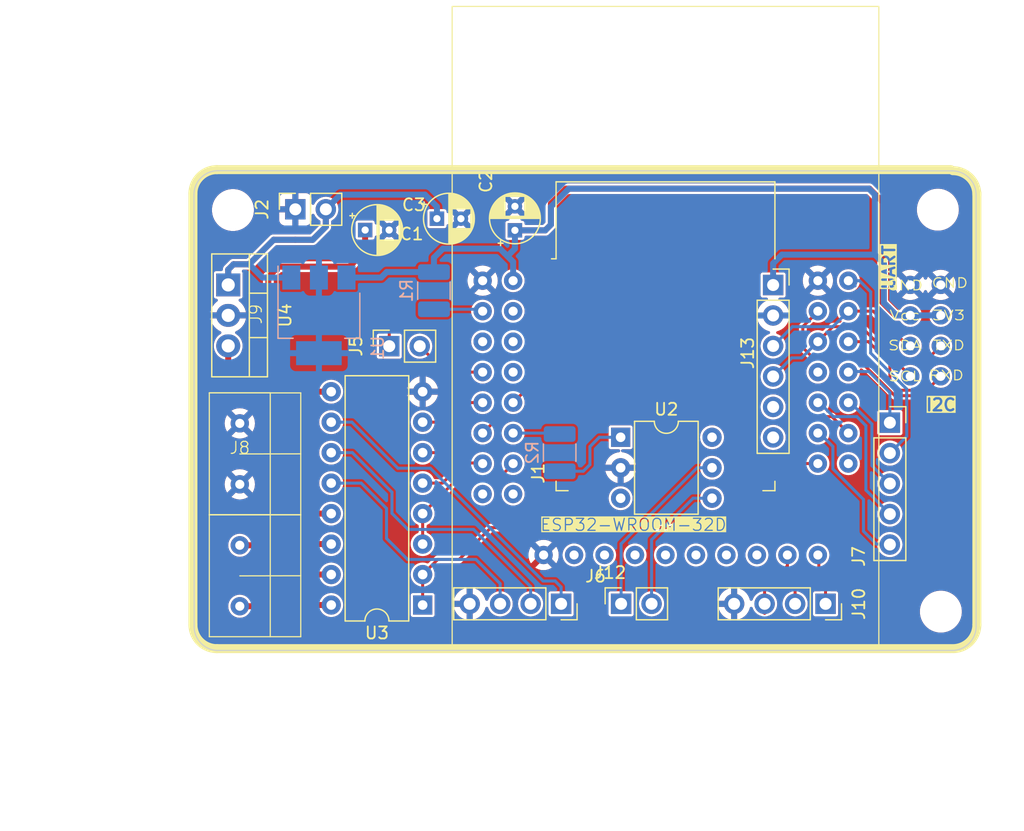
<source format=kicad_pcb>
(kicad_pcb (version 20240108) (generator "pcbnew") (generator_version "8.0")
  (layers (0 "F.Cu" signal) (31 "B.Cu" signal) (34 "B.Paste" user) (35 "F.Paste" user) (36 "B.SilkS" user "B.Silkscreen") (37 "F.SilkS" user "F.Silkscreen") (38 "B.Mask" user) (39 "F.Mask" user) (44 "Edge.Cuts" user))
  (net 0 "")
  (net 1 "GND")
  (net 2 "+3V3")
  (net 3 "+5V")
  (net 4 "/RXD")
  (net 5 "/TXD")
  (net 6 "/SDA")
  (net 7 "/OUT2")
  (net 8 "/OUT3")
  (net 9 "/SCL")
  (net 10 "/OUT1")
  (net 11 "/EN")
  (net 12 "/SOURCE2")
  (net 13 "/SOURCE1")
  (net 14 "/SOURCE3")
  (net 15 "/VDC")
  (net 16 "/DAC1")
  (net 17 "/DAC2")
  (net 18 "/GPIO13")
  (net 19 "/GPIO19")
  (net 20 "/GPIO17")
  (net 21 "/GPIO5")
  (net 22 "/GPIO18")
  (net 23 "/GPIO36")
  (net 24 "/ADC2_CH3")
  (net 25 "/GPIO32")
  (net 26 "/GPIO34")
  (net 27 "/SD_DATA1")
  (net 28 "/SD_DATA2")
  (net 29 "/SD_CLK")
  (net 30 "/SD_CMD")
  (net 31 "/SD_DATA3")
  (net 32 "/ADC2_CH0")
  (net 33 "/GPIO23")
  (net 34 "/SD_DATA0")
  (net 35 "/GPIO27")
  (net 36 "/ADC2_CH2")
  (net 37 "/BOOT")
  (net 39 "/V1-")
  (net 40 "Net-(R2-Pad2)")
  (net 41 "/V1+")
  (net 43 "/GPIO39")
  (net 44 "/DTR")
  (net 45 "/RTS")
  (net 46 "/OUT4")
  (net 47 "/SOURCE4")
  (net 48 "/OUT5")
  (net 49 "/SOURCE5")
  (footprint "Capacitor_THT:CP_Radial_D4.0mm_P2.00mm" (layer "F.Cu") (at 106.75 44.9726 90)
    (property "Reference" "C2" (at 4.1 -2.42 -90) (layer "F.SilkS"))
    (property "Value" "1uF")
    (pad "1" thru_hole rect (at 0 0 90) (size 1.2 1.2) (drill 0.6) (layers "*.Cu" "*.Mask") (net 2 "+3V3"))
    (pad "2" thru_hole circle (at 2 0 90) (size 1.2 1.2) (drill 0.6) (layers "*.Cu" "*.Mask") (net 1 "GND"))
  )
  (footprint "Alexander Footprints Library:ESP32-WROOM-Adapter-Socket-2" (layer "F.Cu") (at 119.3 56.79)
    (property "Reference" "J1" (at -10.61 8.43 90) (layer "F.SilkS"))
    (property "Value" "~")
    (fp_text user "ESP32-WROOM-32D" (at -10.5 13.31 0) (layer "F.SilkS" knockout) (effects (font (thickness 0.1)) (justify left bottom)))
    (pad "" thru_hole circle (at -15.24 10.16) (size 1.524 1.524) (drill 0.762) (layers "*.Cu" "*.Mask"))
    (pad "" thru_hole circle (at -12.7 10.16) (size 1.524 1.524) (drill 0.762) (layers "*.Cu" "*.Mask"))
    (pad "1" thru_hole circle (at -15.24 -7.62) (size 1.524 1.524) (drill 0.762) (layers "*.Cu" "*.Mask") (net 1 "GND"))
    (pad "2" thru_hole circle (at -12.7 -7.62) (size 1.524 1.524) (drill 0.762) (layers "*.Cu" "*.Mask") (net 2 "+3V3"))
    (pad "3" thru_hole circle (at -15.24 -5.08) (size 1.524 1.524) (drill 0.762) (layers "*.Cu" "*.Mask") (net 11 "/EN"))
    (pad "4" thru_hole circle (at -12.7 -5.08) (size 1.524 1.524) (drill 0.762) (layers "*.Cu" "*.Mask") (net 23 "/GPIO36"))
    (pad "5" thru_hole circle (at -15.24 -2.54) (size 1.524 1.524) (drill 0.762) (layers "*.Cu" "*.Mask") (net 43 "/GPIO39"))
    (pad "6" thru_hole circle (at -12.7 -2.54) (size 1.524 1.524) (drill 0.762) (layers "*.Cu" "*.Mask") (net 26 "/GPIO34"))
    (pad "7" thru_hole circle (at -15.24 0) (size 1.524 1.524) (drill 0.762) (layers "*.Cu" "*.Mask") (net 48 "/OUT5"))
    (pad "8" thru_hole circle (at -12.7 0) (size 1.524 1.524) (drill 0.762) (layers "*.Cu" "*.Mask") (net 25 "/GPIO32"))
    (pad "9" thru_hole circle (at -15.24 2.54) (size 1.524 1.524) (drill 0.762) (layers "*.Cu" "*.Mask") (net 46 "/OUT4"))
    (pad "10" thru_hole circle (at -12.7 2.54) (size 1.524 1.524) (drill 0.762) (layers "*.Cu" "*.Mask") (net 16 "/DAC1"))
    (pad "11" thru_hole circle (at -15.24 5.08) (size 1.524 1.524) (drill 0.762) (layers "*.Cu" "*.Mask") (net 17 "/DAC2"))
    (pad "12" thru_hole circle (at -12.7 5.08) (size 1.524 1.524) (drill 0.762) (layers "*.Cu" "*.Mask") (net 35 "/GPIO27"))
    (pad "13" thru_hole circle (at -15.24 7.62) (size 1.524 1.524) (drill 0.762) (layers "*.Cu" "*.Mask") (net 8 "/OUT3"))
    (pad "14" thru_hole circle (at -12.7 7.62) (size 1.524 1.524) (drill 0.762) (layers "*.Cu" "*.Mask") (net 7 "/OUT2"))
    (pad "15" thru_hole circle (at -10.16 15.24 90) (size 1.524 1.524) (drill 0.762) (layers "*.Cu" "*.Mask") (net 1 "GND"))
    (pad "16" thru_hole circle (at -7.62 15.24 90) (size 1.524 1.524) (drill 0.762) (layers "*.Cu" "*.Mask") (net 18 "/GPIO13"))
    (pad "17" thru_hole circle (at -5.08 15.24 90) (size 1.524 1.524) (drill 0.762) (layers "*.Cu" "*.Mask") (net 28 "/SD_DATA2"))
    (pad "18" thru_hole circle (at -2.54 15.24 90) (size 1.524 1.524) (drill 0.762) (layers "*.Cu" "*.Mask") (net 31 "/SD_DATA3"))
    (pad "19" thru_hole circle (at 0 15.24 90) (size 1.524 1.524) (drill 0.762) (layers "*.Cu" "*.Mask") (net 30 "/SD_CMD"))
    (pad "20" thru_hole circle (at 2.54 15.24 90) (size 1.524 1.524) (drill 0.762) (layers "*.Cu" "*.Mask") (net 29 "/SD_CLK"))
    (pad "21" thru_hole circle (at 5.08 15.24 90) (size 1.524 1.524) (drill 0.762) (layers "*.Cu" "*.Mask") (net 34 "/SD_DATA0"))
    (pad "22" thru_hole circle (at 7.62 15.24 90) (size 1.524 1.524) (drill 0.762) (layers "*.Cu" "*.Mask") (net 27 "/SD_DATA1"))
    (pad "23" thru_hole circle (at 10.16 15.24 90) (size 1.524 1.524) (drill 0.762) (layers "*.Cu" "*.Mask") (net 24 "/ADC2_CH3"))
    (pad "24" thru_hole circle (at 12.7 15.24 90) (size 1.524 1.524) (drill 0.762) (layers "*.Cu" "*.Mask") (net 36 "/ADC2_CH2"))
    (pad "25" thru_hole circle (at 15.24 7.62) (size 1.524 1.524) (drill 0.762) (layers "*.Cu" "*.Mask") (net 37 "/BOOT"))
    (pad "26" thru_hole circle (at 12.7 7.62) (size 1.524 1.524) (drill 0.762) (layers "*.Cu" "*.Mask") (net 32 "/ADC2_CH0"))
    (pad "27" thru_hole circle (at 15.24 5.08) (size 1.524 1.524) (drill 0.762) (layers "*.Cu" "*.Mask") (net 10 "/OUT1"))
    (pad "28" thru_hole circle (at 12.7 5.08) (size 1.524 1.524) (drill 0.762) (layers "*.Cu" "*.Mask") (net 20 "/GPIO17"))
    (pad "29" thru_hole circle (at 15.24 2.54) (size 1.524 1.524) (drill 0.762) (layers "*.Cu" "*.Mask") (net 21 "/GPIO5"))
    (pad "30" thru_hole circle (at 12.7 2.54) (size 1.524 1.524) (drill 0.762) (layers "*.Cu" "*.Mask") (net 22 "/GPIO18"))
    (pad "31" thru_hole circle (at 15.24 0) (size 1.524 1.524) (drill 0.762) (layers "*.Cu" "*.Mask") (net 19 "/GPIO19"))
    (pad "32" thru_hole circle (at 12.7 0) (size 1.524 1.524) (drill 0.762) (layers "*.Cu" "*.Mask"))
    (pad "33" thru_hole circle (at 15.24 -2.54) (size 1.524 1.524) (drill 0.762) (layers "*.Cu" "*.Mask") (net 6 "/SDA"))
    (pad "34" thru_hole circle (at 12.7 -2.54) (size 1.524 1.524) (drill 0.762) (layers "*.Cu" "*.Mask") (net 4 "/RXD"))
    (pad "35" thru_hole circle (at 15.24 -5.08) (size 1.524 1.524) (drill 0.762) (layers "*.Cu" "*.Mask") (net 5 "/TXD"))
    (pad "36" thru_hole circle (at 12.7 -5.08) (size 1.524 1.524) (drill 0.762) (layers "*.Cu" "*.Mask") (net 9 "/SCL"))
    (pad "37" thru_hole circle (at 15.24 -7.62) (size 1.524 1.524) (drill 0.762) (layers "*.Cu" "*.Mask") (net 33 "/GPIO23"))
    (pad "38" thru_hole circle (at 12.7 -7.62) (size 1.524 1.524) (drill 0.762) (layers "*.Cu" "*.Mask") (net 1 "GND"))
  )
  (footprint "MountingHole:MountingHole_3mm" (layer "F.Cu") (at 142 43.25)
    (property "Reference" "H1" (hide yes))
    (property "Value" "MountingHole_Pad")
    (pad "" np_thru_hole circle (at 0 0) (size 3 3) (drill 3) (layers "*.Cu" "*.Mask"))
  )
  (footprint "MountingHole:MountingHole_3mm" (layer "F.Cu") (at 83.25 43.28)
    (property "Reference" "H2" (hide yes))
    (property "Value" "MountingHole_Pad")
    (pad "" np_thru_hole circle (at 0 0) (size 3 3) (drill 3) (layers "*.Cu" "*.Mask"))
  )
  (footprint "Package_DIP:DIP-16_W7.62mm" (layer "F.Cu") (at 99.06 76.2 180)
    (property "Reference" "U3" (at 3.81 -2.33 0) (layer "F.SilkS"))
    (property "Value" "ULN2003")
    (pad "1" thru_hole rect (at 0 0 180) (size 1.6 1.6) (drill 0.8) (layers "*.Cu" "*.Mask") (net 10 "/OUT1"))
    (pad "2" thru_hole oval (at 0 2.54 180) (size 1.6 1.6) (drill 0.8) (layers "*.Cu" "*.Mask") (net 10 "/OUT1"))
    (pad "3" thru_hole oval (at 0 5.08 180) (size 1.6 1.6) (drill 0.8) (layers "*.Cu" "*.Mask") (net 7 "/OUT2"))
    (pad "4" thru_hole oval (at 0 7.62 180) (size 1.6 1.6) (drill 0.8) (layers "*.Cu" "*.Mask") (net 7 "/OUT2"))
    (pad "5" thru_hole oval (at 0 10.16 180) (size 1.6 1.6) (drill 0.8) (layers "*.Cu" "*.Mask") (net 8 "/OUT3"))
    (pad "6" thru_hole oval (at 0 12.7 180) (size 1.6 1.6) (drill 0.8) (layers "*.Cu" "*.Mask") (net 46 "/OUT4"))
    (pad "7" thru_hole oval (at 0 15.24 180) (size 1.6 1.6) (drill 0.8) (layers "*.Cu" "*.Mask") (net 48 "/OUT5"))
    (pad "8" thru_hole oval (at 0 17.78 180) (size 1.6 1.6) (drill 0.8) (layers "*.Cu" "*.Mask") (net 1 "GND"))
    (pad "9" thru_hole oval (at 7.62 17.78 180) (size 1.6 1.6) (drill 0.8) (layers "*.Cu" "*.Mask") (net 3 "+5V"))
    (pad "10" thru_hole oval (at 7.62 15.24 180) (size 1.6 1.6) (drill 0.8) (layers "*.Cu" "*.Mask") (net 49 "/SOURCE5"))
    (pad "11" thru_hole oval (at 7.62 12.7 180) (size 1.6 1.6) (drill 0.8) (layers "*.Cu" "*.Mask") (net 47 "/SOURCE4"))
    (pad "12" thru_hole oval (at 7.62 10.16 180) (size 1.6 1.6) (drill 0.8) (layers "*.Cu" "*.Mask") (net 14 "/SOURCE3"))
    (pad "13" thru_hole oval (at 7.62 7.62 180) (size 1.6 1.6) (drill 0.8) (layers "*.Cu" "*.Mask") (net 12 "/SOURCE2"))
    (pad "14" thru_hole oval (at 7.62 5.08 180) (size 1.6 1.6) (drill 0.8) (layers "*.Cu" "*.Mask") (net 12 "/SOURCE2"))
    (pad "15" thru_hole oval (at 7.62 2.54 180) (size 1.6 1.6) (drill 0.8) (layers "*.Cu" "*.Mask") (net 13 "/SOURCE1"))
    (pad "16" thru_hole oval (at 7.62 0 180) (size 1.6 1.6) (drill 0.8) (layers "*.Cu" "*.Mask") (net 13 "/SOURCE1"))
  )
  (footprint "Package_DIP:DIP-6_W7.62mm" (layer "F.Cu") (at 115.56 62.22)
    (property "Reference" "U2" (at 3.81 -2.33 0) (layer "F.SilkS"))
    (property "Value" "4N35")
    (pad "1" thru_hole rect (at 0 0) (size 1.6 1.6) (drill 0.8) (layers "*.Cu" "*.Mask") (net 40 "Net-(R2-Pad2)"))
    (pad "2" thru_hole oval (at 0 2.54) (size 1.6 1.6) (drill 0.8) (layers "*.Cu" "*.Mask") (net 1 "GND"))
    (pad "3" thru_hole oval (at 0 5.08) (size 1.6 1.6) (drill 0.8) (layers "*.Cu" "*.Mask"))
    (pad "4" thru_hole oval (at 7.62 5.08) (size 1.6 1.6) (drill 0.8) (layers "*.Cu" "*.Mask") (net 39 "/V1-"))
    (pad "5" thru_hole oval (at 7.62 2.54) (size 1.6 1.6) (drill 0.8) (layers "*.Cu" "*.Mask") (net 41 "/V1+"))
    (pad "6" thru_hole oval (at 7.62 0) (size 1.6 1.6) (drill 0.8) (layers "*.Cu" "*.Mask"))
  )
  (footprint "Alexander Footprints Library:Conn_Terminal_5mm" (layer "F.Cu") (at 83.82 53.44)
    (property "Reference" "J9" (at 1.33 -1.49 90) (layer "F.SilkS") (effects (font (thickness 0.1))))
    (property "Value" "Conn_01x02_Socket")
    (pad "1" thru_hole circle (at 0 7.62) (size 1.524 1.524) (drill 0.762) (layers "*.Cu" "*.Mask") (net 1 "GND"))
    (pad "2" thru_hole circle (at 0 12.7) (size 1.524 1.524) (drill 0.762) (layers "*.Cu" "*.Mask") (net 1 "GND"))
  )
  (footprint "Connector_PinSocket_2.54mm:PinSocket_1x05_P2.54mm_Vertical" (layer "F.Cu") (at 138 61)
    (property "Reference" "J7" (at -2.6 11.15 90) (layer "F.SilkS"))
    (property "Value" "GPIO")
    (pad "1" thru_hole rect (at 0 0) (size 1.7 1.7) (drill 1) (layers "*.Cu" "*.Mask") (net 19 "/GPIO19"))
    (pad "2" thru_hole oval (at 0 2.54) (size 1.7 1.7) (drill 1) (layers "*.Cu" "*.Mask") (net 33 "/GPIO23"))
    (pad "3" thru_hole oval (at 0 5.08) (size 1.7 1.7) (drill 1) (layers "*.Cu" "*.Mask") (net 21 "/GPIO5"))
    (pad "4" thru_hole oval (at 0 7.62) (size 1.7 1.7) (drill 1) (layers "*.Cu" "*.Mask") (net 22 "/GPIO18"))
    (pad "5" thru_hole oval (at 0 10.16) (size 1.7 1.7) (drill 1) (layers "*.Cu" "*.Mask") (net 20 "/GPIO17"))
  )
  (footprint "Connector_PinSocket_2.54mm:PinSocket_1x02_P2.54mm_Vertical" (layer "F.Cu") (at 88.45 43.22 90)
    (property "Reference" "J2" (at 0 -2.77 -90) (layer "F.SilkS"))
    (property "Value" "PWD")
    (pad "1" thru_hole rect (at 0 0 90) (size 1.7 1.7) (drill 1) (layers "*.Cu" "*.Mask") (net 1 "GND"))
    (pad "2" thru_hole oval (at 0 2.54 90) (size 1.7 1.7) (drill 1) (layers "*.Cu" "*.Mask") (net 15 "/VDC"))
  )
  (footprint "Connector_PinSocket_2.54mm:PinSocket_1x02_P2.54mm_Vertical" (layer "F.Cu") (at 115.6 76.1 90)
    (property "Reference" "J12" (at 2.6 -0.92 180) (layer "F.SilkS"))
    (property "Value" "Conn_01x02_Socket")
    (pad "1" thru_hole rect (at 0 0 90) (size 1.7 1.7) (drill 1) (layers "*.Cu" "*.Mask") (net 41 "/V1+"))
    (pad "2" thru_hole oval (at 0 2.54 90) (size 1.7 1.7) (drill 1) (layers "*.Cu" "*.Mask") (net 39 "/V1-"))
  )
  (footprint "Connector_PinSocket_2.54mm:PinSocket_1x04_P2.54mm_Vertical" (layer "F.Cu") (at 110.6 76.1 -90)
    (property "Reference" "J6" (at -2.3 -2.87 180) (layer "F.SilkS"))
    (property "Value" "SOURCE")
    (pad "1" thru_hole rect (at 0 0 270) (size 1.7 1.7) (drill 1) (layers "*.Cu" "*.Mask") (net 49 "/SOURCE5"))
    (pad "2" thru_hole oval (at 0 2.54 270) (size 1.7 1.7) (drill 1) (layers "*.Cu" "*.Mask") (net 47 "/SOURCE4"))
    (pad "3" thru_hole oval (at 0 5.08 270) (size 1.7 1.7) (drill 1) (layers "*.Cu" "*.Mask") (net 14 "/SOURCE3"))
    (pad "4" thru_hole oval (at 0 7.62 270) (size 1.7 1.7) (drill 1) (layers "*.Cu" "*.Mask") (net 1 "GND"))
  )
  (footprint "Connector_PinSocket_2.54mm:PinSocket_1x04_P2.54mm_Vertical" (layer "F.Cu") (at 132.64 76.1 -90)
    (property "Reference" "J10" (at 0 -2.77 90) (layer "F.SilkS"))
    (property "Value" "ADC")
    (pad "1" thru_hole rect (at 0 0 270) (size 1.7 1.7) (drill 1) (layers "*.Cu" "*.Mask") (net 36 "/ADC2_CH2"))
    (pad "2" thru_hole oval (at 0 2.54 270) (size 1.7 1.7) (drill 1) (layers "*.Cu" "*.Mask") (net 32 "/ADC2_CH0"))
    (pad "3" thru_hole oval (at 0 5.08 270) (size 1.7 1.7) (drill 1) (layers "*.Cu" "*.Mask") (net 24 "/ADC2_CH3"))
    (pad "4" thru_hole oval (at 0 7.62 270) (size 1.7 1.7) (drill 1) (layers "*.Cu" "*.Mask") (net 1 "GND"))
  )
  (footprint "Capacitor_THT:CP_Radial_D4.0mm_P2.00mm" (layer "F.Cu") (at 94.267401 44.948)
    (property "Reference" "C3" (at 4.05 -2.1 0) (layer "F.SilkS"))
    (property "Value" "1uF")
    (pad "1" thru_hole rect (at 0 0) (size 1.2 1.2) (drill 0.6) (layers "*.Cu" "*.Mask") (net 3 "+5V"))
    (pad "2" thru_hole circle (at 2 0) (size 1.2 1.2) (drill 0.6) (layers "*.Cu" "*.Mask") (net 1 "GND"))
  )
  (footprint "Connector_PinSocket_2.54mm:PinSocket_1x02_P2.54mm_Vertical" (layer "F.Cu") (at 96.276 54.625 90)
    (property "Reference" "J5" (at 0 -2.77 -90) (layer "F.SilkS"))
    (property "Value" "DAC_Socket")
    (pad "1" thru_hole rect (at 0 0 90) (size 1.7 1.7) (drill 1) (layers "*.Cu" "*.Mask") (net 16 "/DAC1"))
    (pad "2" thru_hole oval (at 0 2.54 90) (size 1.7 1.7) (drill 1) (layers "*.Cu" "*.Mask") (net 17 "/DAC2"))
  )
  (footprint "Alexander Footprints Library:Conn_UART" (layer "F.Cu") (at 139.7 41.9)
    (property "Reference" "J3" (hide yes))
    (property "Value" "UART")
    (fp_text user "3V3" (at 3.2 10.16 0) (layer "F.SilkS") (effects (font (size 0.8 1) (thickness 0.1))))
    (fp_text user "GND" (at 3.3 7.46 0) (layer "F.SilkS") (effects (font (size 0.8 1) (thickness 0.1))))
    (fp_text user "RXD" (at 3 15.16 0) (layer "F.SilkS") (effects (font (size 0.8 1) (thickness 0.1))))
    (fp_text user "TXD" (at 3.2 12.66 0) (layer "F.SilkS") (effects (font (size 0.8 1) (thickness 0.1))))
    (fp_text user "UART" (at -1.2 6.16 90) (layer "F.SilkS" knockout) (effects (font (thickness 0.2) (bold yes)) (justify bottom)))
    (pad "3V3" thru_hole circle (at 0 10.16) (size 1.524 1.524) (drill 0.762) (layers "*.Cu" "*.Mask") (net 2 "+3V3"))
    (pad "GND" thru_hole circle (at 0 7.62) (size 1.524 1.524) (drill 0.762) (layers "*.Cu" "*.Mask") (net 1 "GND"))
    (pad "RXD" thru_hole circle (at 0 15.24) (size 1.524 1.524) (drill 0.762) (layers "*.Cu" "*.Mask") (net 4 "/RXD"))
    (pad "TXD" thru_hole circle (at 0 12.7) (size 1.524 1.524) (drill 0.762) (layers "*.Cu" "*.Mask") (net 5 "/TXD"))
  )
  (footprint "Capacitor_THT:CP_Radial_D4.0mm_P2.00mm" (layer "F.Cu") (at 100.25 44)
    (property "Reference" "C1" (at -2.1 1.28 0) (layer "F.SilkS"))
    (property "Value" "1uF")
    (pad "1" thru_hole rect (at 0 0) (size 1.2 1.2) (drill 0.6) (layers "*.Cu" "*.Mask") (net 15 "/VDC"))
    (pad "2" thru_hole circle (at 2 0) (size 1.2 1.2) (drill 0.6) (layers "*.Cu" "*.Mask") (net 1 "GND"))
  )
  (footprint "Alexander Footprints Library:LD1117" (layer "F.Cu") (at 82.855 49.52 -90)
    (property "Reference" "U4" (at 2.54 -4.745 90) (layer "F.SilkS"))
    (property "Value" "L7805")
    (pad "1" thru_hole rect (at 0 0 270) (size 1.905 2) (drill 1.1) (layers "*.Cu" "*.Mask") (net 15 "/VDC"))
    (pad "2" thru_hole oval (at 2.54 0 270) (size 1.905 2) (drill 1.1) (layers "*.Cu" "*.Mask") (net 1 "GND"))
    (pad "3" thru_hole oval (at 5.08 0 270) (size 1.905 2) (drill 1.1) (layers "*.Cu" "*.Mask") (net 3 "+5V"))
  )
  (footprint "Alexander Footprints Library:Conn_I2C" (layer "F.Cu") (at 142.24 41.9)
    (property "Reference" "J4" (hide yes))
    (property "Value" "I2C")
    (fp_text user "I2C" (at 0.01 18.206 0) (layer "F.SilkS" knockout) (effects (font (thickness 0.2) (bold yes)) (justify bottom)))
    (fp_text user "SCL" (at -2.99 15.24 0) (layer "F.SilkS") (effects (font (size 0.8 1) (thickness 0.1))))
    (fp_text user "SDA" (at -2.99 12.666 0) (layer "F.SilkS") (effects (font (size 0.8 1) (thickness 0.1))))
    (fp_text user "GND" (at -2.99 7.666 0) (layer "F.SilkS") (effects (font (size 0.8 1) (thickness 0.1))))
    (fp_text user "Vcc" (at -2.99 10.16 0) (layer "F.SilkS") (effects (font (size 0.8 1) (thickness 0.1))))
    (pad "GND" thru_hole circle (at 0 7.62) (size 1.524 1.524) (drill 0.762) (layers "*.Cu" "*.Mask") (net 1 "GND"))
    (pad "SCL" thru_hole circle (at 0 15.24) (size 1.524 1.524) (drill 0.762) (layers "*.Cu" "*.Mask") (net 9 "/SCL"))
    (pad "SDA" thru_hole circle (at 0 12.7) (size 1.524 1.524) (drill 0.762) (layers "*.Cu" "*.Mask") (net 6 "/SDA"))
    (pad "Vcc" thru_hole circle (at 0 10.16) (size 1.524 1.524) (drill 0.762) (layers "*.Cu" "*.Mask") (net 2 "+3V3"))
  )
  (footprint "MountingHole:MountingHole_3mm" (layer "F.Cu") (at 142.25 76.75)
    (property "Reference" "H4" (hide yes))
    (property "Value" "MountingHole_Pad")
    (pad "" np_thru_hole circle (at 0 0) (size 3 3) (drill 3) (layers "*.Cu" "*.Mask"))
  )
  (footprint "Connector_PinSocket_2.54mm:PinSocket_1x06_P2.54mm_Vertical" (layer "F.Cu") (at 128.27 49.53)
    (property "Reference" "J13" (at -2.12 5.67 90) (layer "F.SilkS"))
    (property "Value" "Conn_01x06_Socket")
    (pad "1" thru_hole rect (at 0 0) (size 1.7 1.7) (drill 1) (layers "*.Cu" "*.Mask") (net 2 "+3V3"))
    (pad "2" thru_hole oval (at 0 2.54) (size 1.7 1.7) (drill 1) (layers "*.Cu" "*.Mask") (net 1 "GND"))
    (pad "3" thru_hole oval (at 0 5.08) (size 1.7 1.7) (drill 1) (layers "*.Cu" "*.Mask") (net 5 "/TXD"))
    (pad "4" thru_hole oval (at 0 7.62) (size 1.7 1.7) (drill 1) (layers "*.Cu" "*.Mask") (net 4 "/RXD"))
    (pad "5" thru_hole oval (at 0 10.16) (size 1.7 1.7) (drill 1) (layers "*.Cu" "*.Mask") (net 45 "/RTS"))
    (pad "6" thru_hole oval (at 0 12.7) (size 1.7 1.7) (drill 1) (layers "*.Cu" "*.Mask") (net 44 "/DTR"))
  )
  (footprint "Alexander Footprints Library:Conn_Terminal_5mm" (layer "F.Cu") (at 83.82 63.6)
    (property "Reference" "J8" (at 0 -0.5 0) (layer "F.SilkS") (effects (font (thickness 0.1))))
    (property "Value" "Conn_01x02_Socket")
    (pad "1" thru_hole circle (at 0 7.62) (size 1.524 1.524) (drill 0.762) (layers "*.Cu" "*.Mask") (net 12 "/SOURCE2"))
    (pad "2" thru_hole circle (at 0 12.7) (size 1.524 1.524) (drill 0.762) (layers "*.Cu" "*.Mask") (net 13 "/SOURCE1"))
  )
  (footprint "Resistor_SMD:R_1210_3225Metric_Pad1.30x2.65mm_HandSolder" (layer "B.Cu") (at 100 50 -90)
    (property "Reference" "R1" (at 0 2.28 90) (layer "B.SilkS") (effects (justify mirror)))
    (property "Value" "10K")
    (pad "1" smd roundrect (at -1.55 0 270) (size 1.3 2.65) (layers "B.Cu" "B.Paste" "B.Mask") (roundrect_rratio 0.192308) (net 2 "+3V3"))
    (pad "2" smd roundrect (at 1.55 0 270) (size 1.3 2.65) (layers "B.Cu" "B.Paste" "B.Mask") (roundrect_rratio 0.192308) (net 11 "/EN"))
  )
  (footprint "Resistor_SMD:R_1210_3225Metric_Pad1.30x2.65mm_HandSolder" (layer "B.Cu") (at 110.48 63.5 -90)
    (property "Reference" "R2" (at 0 2.28 90) (layer "B.SilkS") (effects (justify mirror)))
    (property "Value" "1K")
    (pad "1" smd roundrect (at -1.55 0 270) (size 1.3 2.65) (layers "B.Cu" "B.Paste" "B.Mask") (roundrect_rratio 0.192308) (net 35 "/GPIO27"))
    (pad "2" smd roundrect (at 1.55 0 270) (size 1.3 2.65) (layers "B.Cu" "B.Paste" "B.Mask") (roundrect_rratio 0.192308) (net 40 "Net-(R2-Pad2)"))
  )
  (footprint "Package_TO_SOT_SMD:SOT-223-3_TabPin2" (layer "B.Cu") (at 90.414 52.06 -90)
    (property "Reference" "U1" (at 2.7 -4.9 90) (layer "B.SilkS") (effects (justify mirror)))
    (property "Value" "MAX1726EUK33")
    (pad "1" smd rect (at -3.15 2.3 270) (size 2 1.5) (layers "B.Cu" "B.Paste" "B.Mask") (net 15 "/VDC"))
    (pad "2" smd rect (at -3.15 0 270) (size 2 1.5) (layers "B.Cu" "B.Paste" "B.Mask") (net 1 "GND"))
    (pad "2" smd rect (at 3.15 0 270) (size 2 3.8) (layers "B.Cu" "B.Paste" "B.Mask") (net 1 "GND"))
    (pad "3" smd rect (at -3.15 -2.3 270) (size 2 1.5) (layers "B.Cu" "B.Paste" "B.Mask") (net 2 "+3V3"))
  )
  (gr_line (start 145.25 41.86421) (end 145.25 77.835782) (stroke (width 0.75)) (layer "F.SilkS"))
  (gr_line (start 81.914218 39.914218) (end 143.08579 39.914218) (stroke (width 0.75)) (layer "F.SilkS"))
  (gr_arc (start 145.25 77.835782) (mid 144.664218 79.25) (end 143.25 79.835782) (stroke (width 0.75)) (layer "F.SilkS"))
  (gr_line (start 79.914218 41.86421) (end 79.914218 77.835782) (stroke (width 0.75)) (layer "F.SilkS"))
  (gr_arc (start 81.914218 79.835782) (mid 80.5 79.25) (end 79.914218 77.835782) (stroke (width 0.75)) (layer "F.SilkS"))
  (gr_arc (start 143.25 40) (mid 144.664218 40.585782) (end 145.25 42) (stroke (width 0.75)) (layer "F.SilkS"))
  (gr_arc (start 79.914218 41.914218) (mid 80.5 40.5) (end 81.914218 39.914218) (stroke (width 0.75)) (layer "F.SilkS"))
  (gr_line (start 81.914214 79.835782) (end 143.085786 79.835782) (stroke (width 0.75)) (layer "F.SilkS"))
  (gr_line (start 80 42) (end 80.014214 77.985786) (stroke (width 0.1)) (layer "Edge.Cuts"))
  (gr_arc (start 143.185786 40.014214) (mid 144.6 40.6) (end 145.185786 42.014214) (stroke (width 0.1)) (layer "Edge.Cuts"))
  (gr_arc (start 82.014214 79.985786) (mid 80.6 79.4) (end 80.014214 77.985786) (stroke (width 0.1)) (layer "Edge.Cuts"))
  (gr_line (start 145.185786 42.014214) (end 145.185786 77.985786) (stroke (width 0.1)) (layer "Edge.Cuts"))
  (gr_arc (start 80 42) (mid 80.585786 40.585786) (end 82 40) (stroke (width 0.1)) (layer "Edge.Cuts"))
  (gr_line (start 82.014214 79.985786) (end 143.185786 79.985786) (stroke (width 0.1)) (layer "Edge.Cuts"))
  (gr_arc (start 145.185786 77.985786) (mid 144.6 79.4) (end 143.185786 79.985786) (stroke (width 0.1)) (layer "Edge.Cuts"))
  (gr_line (start 143.185786 40.014214) (end 82 40) (stroke (width 0.1)) (layer "Edge.Cuts"))
  (segment (start 84.21 65.75) (end 83.82 66.14) (width 0.5) (layer "F.Cu") (net 1))
  (segment (start 109.75 44.5) (end 109.75 42.75) (width 0.5) (layer "F.Cu") (net 2))
  (segment (start 136.3 41.5) (end 137.4 42.6) (width 0.5) (layer "F.Cu") (net 2))
  (segment (start 109.2774 44.9726) (end 109.75 44.5) (width 0.5) (layer "F.Cu") (net 2))
  (segment (start 137.4 42.6) (end 137.4 51) (width 0.5) (layer "F.Cu") (net 2))
  (segment (start 137.4 51) (end 138.46 52.06) (width 0.5) (layer "F.Cu") (net 2))
  (segment (start 109.75 42.75) (end 111 41.5) (width 0.5) (layer "F.Cu") (net 2))
  (segment (start 106.75 44.9726) (end 109.2774 44.9726) (width 0.5) (layer "F.Cu") (net 2))
  (segment (start 138.46 52.06) (end 139.7 52.06) (width 0.5) (layer "F.Cu") (net 2))
  (segment (start 111 41.5) (end 136.3 41.5) (width 0.5) (layer "F.Cu") (net 2))
  (segment (start 129 47) (end 136.75 47) (width 0.5) (layer "B.Cu") (net 2))
  (segment (start 106.75 46.5) (end 106.125 47.125) (width 0.5) (layer "B.Cu") (net 2))
  (segment (start 96.056 48.45) (end 100 48.45) (width 0.5) (layer "B.Cu") (net 2))
  (segment (start 136.75 47) (end 137.5 47.75) (width 0.5) (layer "B.Cu") (net 2))
  (segment (start 106.6 47.6) (end 106.6 49.17) (width 0.5) (layer "B.Cu") (net 2))
  (segment (start 137.5 51) (end 137.875 51.375) (width 0.5) (layer "B.Cu") (net 2))
  (segment (start 109.75 43) (end 111.25 41.5) (width 0.5) (layer "B.Cu") (net 2))
  (segment (start 109.75 44.5) (end 109.75 43) (width 0.5) (layer "B.Cu") (net 2))
  (segment (start 139.7 52.06) (end 142.24 52.06) (width 0.5) (layer "B.Cu") (net 2))
  (segment (start 128.27 49.53) (end 128.27 47.73) (width 0.5) (layer "B.Cu") (net 2))
  (segment (start 95.596 48.91) (end 92.714 48.91) (width 0.5) (layer "B.Cu") (net 2))
  (segment (start 105.5 46.5) (end 105.875 46.875) (width 0.5) (layer "B.Cu") (net 2))
  (segment (start 109.2774 44.9726) (end 109.75 44.5) (width 0.5) (layer "B.Cu") (net 2))
  (segment (start 111.25 41.5) (end 136.25 41.5) (width 0.5) (layer "B.Cu") (net 2))
  (segment (start 100.75 46.5) (end 105.5 46.5) (width 0.5) (layer "B.Cu") (net 2))
  (segment (start 128.27 47.73) (end 129 47) (width 0.5) (layer "B.Cu") (net 2))
  (segment (start 137.875 51.375) (end 138.56 52.06) (width 0.5) (layer "B.Cu") (net 2))
  (segment (start 106.75 44.9726) (end 109.2774 44.9726) (width 0.5) (layer "B.Cu") (net 2))
  (segment (start 95.596 48.91) (end 96.056 48.45) (width 0.5) (layer "B.Cu") (net 2))
  (segment (start 138.56 52.06) (end 139.7 52.06) (width 0.5) (layer "B.Cu") (net 2))
  (segment (start 100 48.45) (end 100 47.25) (width 0.5) (layer "B.Cu") (net 2))
  (segment (start 136.75 42) (end 136.75 47) (width 0.5) (layer "B.Cu") (net 2))
  (segment (start 105.875 46.875) (end 106.6 47.6) (width 0.5) (layer "B.Cu") (net 2))
  (segment (start 100 47.25) (end 100.75 46.5) (width 0.5) (layer "B.Cu") (net 2))
  (segment (start 106.77 49) (end 106.6 49.17) (width 0.5) (layer "B.Cu") (net 2))
  (segment (start 137.5 47.75) (end 137.5 51) (width 0.5) (layer "B.Cu") (net 2))
  (segment (start 106.75 44.9726) (end 106.75 46.5) (width 0.5) (layer "B.Cu") (net 2))
  (segment (start 136.25 41.5) (end 136.75 42) (width 0.5) (layer "B.Cu") (net 2))
  (segment (start 94.267401 44.948) (end 94.267401 46.686599) (width 0.5) (layer "F.Cu") (net 3))
  (segment (start 86.2 53.8) (end 86.2 48.85) (width 0.5) (layer "F.Cu") (net 3))
  (segment (start 91.44 58.42) (end 84.82 58.42) (width 0.5) (layer "F.Cu") (net 3))
  (segment (start 82.855 56.455) (end 82.855 55.14) (width 0.5) (layer "F.Cu") (net 3))
  (segment (start 86.2 48.85) (end 87.05 48) (width 0.5) (layer "F.Cu") (net 3))
  (segment (start 84.82 58.42) (end 82.855 56.455) (width 0.5) (layer "F.Cu") (net 3))
  (segment (start 83.6 57.2) (end 83.6 56.4) (width 0.5) (layer "F.Cu") (net 3))
  (segment (start 83.6 56.4) (end 86.2 53.8) (width 0.5) (layer "F.Cu") (net 3))
  (segment (start 94.267401 46.686599) (end 92.954 48) (width 0.5) (layer "F.Cu") (net 3))
  (segment (start 87.05 48) (end 92.954 48) (width 0.5) (layer "F.Cu") (net 3))
  (segment (start 139.7 57.1) (end 139.7 57.14) (width 0.25) (layer "F.Cu") (net 4))
  (segment (start 133.25 53) (end 135.6 53) (width 0.25) (layer "F.Cu") (net 4))
  (segment (start 135.6 53) (end 139.7 57.1) (width 0.25) (layer "F.Cu") (net 4))
  (segment (start 132 54.25) (end 133.25 53) (width 0.25) (layer "F.Cu") (net 4))
  (segment (start 140.3 57.2) (end 139.3 57.2) (width 0.25) (layer "F.Cu") (net 4))
  (segment (start 130.65 55.6) (end 132 54.25) (width 0.25) (layer "B.Cu") (net 4))
  (segment (start 129.82 55.6) (end 130.65 55.6) (width 0.25) (layer "B.Cu") (net 4))
  (segment (start 128.27 57.15) (end 129.82 55.6) (width 0.25) (layer "B.Cu") (net 4))
  (segment (start 136.61 51.71) (end 134.54 51.71) (width 0.25) (layer "F.Cu") (net 5))
  (segment (start 134.74 51.54) (end 134.62 51.66) (width 0.25) (layer "F.Cu") (net 5))
  (segment (start 139.5 54.6) (end 136.61 51.71) (width 0.25) (layer "F.Cu") (net 5))
  (segment (start 139.7 54.6) (end 139.5 54.6) (width 0.25) (layer "F.Cu") (net 5))
  (segment (start 129.88 53) (end 133.25 53) (width 0.25) (layer "B.Cu") (net 5))
  (segment (start 133.25 53) (end 134.54 51.71) (width 0.25) (layer "B.Cu") (net 5))
  (segment (start 128.27 54.61) (end 129.88 53) (width 0.25) (layer "B.Cu") (net 5))
  (segment (start 138.59 58.3) (end 140.4 58.3) (width 0.25) (layer "F.Cu") (net 6))
  (segment (start 136.213604 54.25) (end 138 56.036396) (width 0.25) (layer "F.Cu") (net 6))
  (segment (start 138 57.71) (end 138.59 58.3) (width 0.25) (layer "F.Cu") (net 6))
  (segment (start 140.9 55.94) (end 142.24 54.6) (width 0.25) (layer "F.Cu") (net 6))
  (segment (start 140.9 57.8) (end 140.9 55.94) (width 0.25) (layer "F.Cu") (net 6))
  (segment (start 134.54 54.25) (end 136.213604 54.25) (width 0.25) (layer "F.Cu") (net 6))
  (segment (start 138 56.036396) (end 138 57.71) (width 0.25) (layer "F.Cu") (net 6))
  (segment (start 142.24 54.6) (end 142.24 55.26) (width 0.25) (layer "F.Cu") (net 6))
  (segment (start 140.4 58.3) (end 140.9 57.8) (width 0.25) (layer "F.Cu") (net 6))
  (segment (start 99.06 71.12) (end 99.06 68.58) (width 0.25) (layer "F.Cu") (net 7))
  (segment (start 102.04 65.6) (end 105.44 65.6) (width 0.25) (layer "F.Cu") (net 7))
  (segment (start 99.06 68.58) (end 102.04 65.6) (width 0.25) (layer "F.Cu") (net 7))
  (segment (start 105.44 65.6) (end 106.68 64.36) (width 0.25) (layer "F.Cu") (net 7))
  (segment (start 102.39 64.36) (end 104.14 64.36) (width 0.25) (layer "F.Cu") (net 8))
  (segment (start 100.71 66.04) (end 102.39 64.36) (width 0.25) (layer "F.Cu") (net 8))
  (segment (start 99.06 66.04) (end 100.71 66.04) (width 0.25) (layer "F.Cu") (net 8))
  (segment (start 131.5 55.5) (end 135.153604 55.5) (width 0.25) (layer "F.Cu") (net 9))
  (segment (start 130.745 54.745) (end 131.5 55.5) (width 0.25) (layer "F.Cu") (net 9))
  (segment (start 132.08 51.66) (end 130.745 52.995) (width 0.25) (layer "F.Cu") (net 9))
  (segment (start 135.153604 55.5) (end 138.403604 58.75) (width 0.25) (layer "F.Cu") (net 9))
  (segment (start 138.403604 58.75) (end 140.63 58.75) (width 0.25) (layer "F.Cu") (net 9))
  (segment (start 140.63 58.75) (end 142.24 57.14) (width 0.25) (layer "F.Cu") (net 9))
  (segment (start 130.745 52.995) (end 130.745 54.745) (width 0.25) (layer "F.Cu") (net 9))
  (segment (start 128.55 69.05) (end 127.85 69.75) (width 0.25) (layer "F.Cu") (net 10))
  (segment (start 100.32 72.4) (end 99.06 73.66) (width 0.25) (layer "F.Cu") (net 10))
  (segment (start 99.06 76.2) (end 99.06 73.66) (width 0.25) (layer "F.Cu") (net 10))
  (segment (start 104.75 69.75) (end 102.1 72.4) (width 0.25) (layer "F.Cu") (net 10))
  (segment (start 130.25 61.75) (end 130.25 64.313604) (width 0.25) (layer "F.Cu") (net 10))
  (segment (start 127.85 69.75) (end 104.75 69.75) (width 0.25) (layer "F.Cu") (net 10))
  (segment (start 134.54 61.87) (end 133.17 60.5) (width 0.25) (layer "F.Cu") (net 10))
  (segment (start 128.55 66.013604) (end 128.55 69.05) (width 0.25) (layer "F.Cu") (net 10))
  (segment (start 130.25 64.313604) (end 128.55 66.013604) (width 0.25) (layer "F.Cu") (net 10))
  (segment (start 133.17 60.5) (end 131.5 60.5) (width 0.25) (layer "F.Cu") (net 10))
  (segment (start 131.5 60.5) (end 130.25 61.75) (width 0.25) (layer "F.Cu") (net 10))
  (segment (start 102.1 72.4) (end 100.32 72.4) (width 0.25) (layer "F.Cu") (net 10))
  (segment (start 103.72 52.05) (end 104.06 51.71) (width 0.25) (layer "F.Cu") (net 11))
  (segment (start 100 51.55) (end 103.9 51.55) (width 0.25) (layer "B.Cu") (net 11))
  (segment (start 103.9 51.55) (end 104.06 51.71) (width 0.25) (layer "B.Cu") (net 11))
  (segment (start 83.82 71.22) (end 87.03 71.22) (width 0.5) (layer "F.Cu") (net 12))
  (segment (start 88.62 71.12) (end 91.44 71.12) (width 0.5) (layer "F.Cu") (net 12))
  (segment (start 89.67 68.58) (end 91.44 68.58) (width 0.5) (layer "F.Cu") (net 12))
  (segment (start 88.11 70.61) (end 88.62 71.12) (width 0.5) (layer "F.Cu") (net 12))
  (segment (start 87.03 71.22) (end 89.67 68.58) (width 0.5) (layer "F.Cu") (net 12))
  (segment (start 91.44 73.66) (end 89.59 73.66) (width 0.5) (layer "F.Cu") (net 13))
  (segment (start 87.875 75.375) (end 88.7 76.2) (width 0.5) (layer "F.Cu") (net 13))
  (segment (start 88.7 76.2) (end 91.44 76.2) (width 0.5) (layer "F.Cu") (net 13))
  (segment (start 86.95 76.3) (end 87.875 75.375) (width 0.5) (layer "F.Cu") (net 13))
  (segment (start 86.95 76.3) (end 83.82 76.3) (width 0.5) (layer "F.Cu") (net 13))
  (segment (start 89.59 73.66) (end 86.95 76.3) (width 0.5) (layer "F.Cu") (net 13))
  (segment (start 97.8 72.4) (end 96.05 70.65) (width 0.25) (layer "B.Cu") (net 14))
  (segment (start 105.52 74.42) (end 103.5 72.4) (width 0.25) (layer "B.Cu") (net 14))
  (segment (start 103.5 72.4) (end 97.8 72.4) (width 0.25) (layer "B.Cu") (net 14))
  (segment (start 96.05 70.65) (end 96.05 68.15) (width 0.25) (layer "B.Cu") (net 14))
  (segment (start 93.94 66.04) (end 91.44 66.04) (width 0.25) (layer "B.Cu") (net 14))
  (segment (start 96.05 68.15) (end 93.94 66.04) (width 0.25) (layer "B.Cu") (net 14))
  (segment (start 105.52 76.1) (end 105.52 74.42) (width 0.25) (layer "B.Cu") (net 14))
  (segment (start 88.45 45.76) (end 86.64 45.76) (width 0.5) (layer "F.Cu") (net 15))
  (segment (start 89.9 45.76) (end 88.45 45.76) (width 0.5) (layer "F.Cu") (net 15))
  (segment (start 82.855 48.245) (end 82.855 50.06) (width 0.5) (layer "F.Cu") (net 15))
  (segment (start 84.6 47.8) (end 83.3 47.8) (width 0.5) (layer "F.Cu") (net 15))
  (segment (start 90.99 44.67) (end 89.9 45.76) (width 0.5) (layer "F.Cu") (net 15))
  (segment (start 83.3 47.8) (end 82.855 48.245) (width 0.5) (layer "F.Cu") (net 15))
  (segment (start 90.99 43.22) (end 90.99 44.67) (width 0.5) (layer "F.Cu") (net 15))
  (segment (start 86.64 45.76) (end 84.6 47.8) (width 0.5) (layer "F.Cu") (net 15))
  (segment (start 89.9 45.76) (end 90.99 44.67) (width 0.5) (layer "B.Cu") (net 15))
  (segment (start 85.71 48.91) (end 88.114 48.91) (width 0.5) (layer "B.Cu") (net 15))
  (segment (start 90.99 44.67) (end 90.99 43.22) (width 0.5) (layer "B.Cu") (net 15))
  (segment (start 90.99 43.22) (end 92.21 42) (width 0.5) (layer "B.Cu") (net 15))
  (segment (start 99.25 42) (end 100.25 43) (width 0.5) (layer "B.Cu") (net 15))
  (segment (start 84.6 47.8) (end 86.64 45.76) (width 0.5) (layer "B.Cu") (net 15))
  (segment (start 84.6 47.8) (end 85.71 48.91) (width 0.5) (layer "B.Cu") (net 15))
  (segment (start 100.25 43) (end 100.25 44) (width 0.5) (layer "B.Cu") (net 15))
  (segment (start 83.3 47.8) (end 84.6 47.8) (width 0.5) (layer "B.Cu") (net 15))
  (segment (start 86.64 45.76) (end 89.9 45.76) (width 0.5) (layer "B.Cu") (net 15))
  (segment (start 92.21 42) (end 99.25 42) (width 0.5) (layer "B.Cu") (net 15))
  (segment (start 82.855 49.52) (end 82.855 48.245) (width 0.5) (layer "B.Cu") (net 15))
  (segment (start 82.855 48.245) (end 83.3 47.8) (width 0.5) (layer "B.Cu") (net 15))
  (segment (start 96.276 53.474) (end 96.276 54.625) (width 0.25) (layer "F.Cu") (net 16))
  (segment (start 108.1 53.9) (end 107.1 52.9) (width 0.25) (layer "F.Cu") (net 16))
  (segment (start 96.85 52.9) (end 96.276 53.474) (width 0.25) (layer "F.Cu") (net 16))
  (segment (start 108.1 57.83) (end 108.1 53.9) (width 0.25) (layer "F.Cu") (net 16))
  (segment (start 106.6 59.33) (end 108.1 57.83) (width 0.25) (layer "F.Cu") (net 16))
  (segment (start 107.1 52.9) (end 96.85 52.9) (width 0.25) (layer "F.Cu") (net 16))
  (segment (start 99.691 55.5) (end 98.816 54.625) (width 0.25) (layer "F.Cu") (net 17))
  (segment (start 105.4 56.3) (end 104.6 55.5) (width 0.25) (layer "F.Cu") (net 17))
  (segment (start 104.6 55.5) (end 99.691 55.5) (width 0.25) (layer "F.Cu") (net 17))
  (segment (start 105.4 60.53) (end 105.4 56.3) (width 0.25) (layer "F.Cu") (net 17))
  (segment (start 104.06 61.87) (end 105.4 60.53) (width 0.25) (layer "F.Cu") (net 17))
  (segment (start 138.5 60.96) (end 138.46 61) (width 0.25) (layer "B.Cu") (net 19))
  (segment (start 138 61) (end 138 58.5) (width 0.25) (layer "B.Cu") (net 19))
  (segment (start 136.24 56.74) (end 134.62 56.74) (width 0.25) (layer "B.Cu") (net 19))
  (segment (start 138 58.5) (end 136.24 56.74) (width 0.25) (layer "B.Cu") (net 19))
  (segment (start 135.8 70.05) (end 135.8 67.4) (width 0.25) (layer "B.Cu") (net 20))
  (segment (start 136.87 71.12) (end 135.8 70.05) (width 0.25) (layer "B.Cu") (net 20))
  (segment (start 138.5 71.12) (end 136.87 71.12) (width 0.25) (layer "B.Cu") (net 20))
  (segment (start 135.8 67.4) (end 133.25 64.85) (width 0.25) (layer "B.Cu") (net 20))
  (segment (start 133.25 62.99) (end 132.08 61.82) (width 0.25) (layer "B.Cu") (net 20))
  (segment (start 133.25 64.85) (end 133.25 62.99) (width 0.25) (layer "B.Cu") (net 20))
  (segment (start 137.96 66.04) (end 136.5 64.58) (width 0.25) (layer "B.Cu") (net 21))
  (segment (start 136.5 64.58) (end 136.5 61.113604) (width 0.25) (layer "B.Cu") (net 21))
  (segment (start 136.5 61.113604) (end 134.666396 59.28) (width 0.25) (layer "B.Cu") (net 21))
  (segment (start 134.666396 59.28) (end 134.62 59.28) (width 0.25) (layer "B.Cu") (net 21))
  (segment (start 133.3 60.5) (end 132.08 59.28) (width 0.25) (layer "B.Cu") (net 22))
  (segment (start 136 66.62) (end 136 61.25) (width 0.25) (layer "B.Cu") (net 22))
  (segment (start 136 61.25) (end 135.25 60.5) (width 0.25) (layer "B.Cu") (net 22))
  (segment (start 137.96 68.58) (end 136 66.62) (width 0.25) (layer "B.Cu") (net 22))
  (segment (start 135.25 60.5) (end 133.3 60.5) (width 0.25) (layer "B.Cu") (net 22))
  (segment (start 127.56 74.84) (end 129.46 72.94) (width 0.25) (layer "F.Cu") (net 24))
  (segment (start 129.46 72.94) (end 129.46 72.03) (width 0.25) (layer "F.Cu") (net 24))
  (segment (start 127.56 76.9) (end 127.56 75.64) (width 0.25) (layer "F.Cu") (net 24))
  (segment (start 127.56 76.1) (end 127.56 74.84) (width 0.25) (layer "F.Cu") (net 24))
  (segment (start 130.75 73.96) (end 130.75 70.75) (width 0.25) (layer "F.Cu") (net 32))
  (segment (start 130.79 64.41) (end 132 64.41) (width 0.25) (layer "F.Cu") (net 32))
  (segment (start 130.75 70.75) (end 129 69) (width 0.25) (layer "F.Cu") (net 32))
  (segment (start 129 66.2) (end 130.79 64.41) (width 0.25) (layer "F.Cu") (net 32))
  (segment (start 130.1 74.61) (end 130.75 73.96) (width 0.25) (layer "F.Cu") (net 32))
  (segment (start 130.1 76.1) (end 130.1 74.61) (width 0.25) (layer "F.Cu") (net 32))
  (segment (start 129 69) (end 129 66.2) (width 0.25) (layer "F.Cu") (net 32))
  (segment (start 139.4 58.2) (end 139.4 62.14) (width 0.25) (layer "B.Cu") (net 33))
  (segment (start 135.47 49.17) (end 136.4 50.1) (width 0.25) (layer "B.Cu") (net 33))
  (segment (start 136.4 55.2) (end 139.4 58.2) (width 0.25) (layer "B.Cu") (net 33))
  (segment (start 135.1 49.6) (end 134.62 49.12) (width 0.25) (layer "B.Cu") (net 33))
  (segment (start 136.4 50.1) (end 136.4 55.2) (width 0.25) (layer "B.Cu") (net 33))
  (segment (start 139.4 62.14) (end 138 63.54) (width 0.25) (layer "B.Cu") (net 33))
  (segment (start 134.54 49.17) (end 135.47 49.17) (width 0.25) (layer "B.Cu") (net 33))
  (segment (start 106.6 61.87) (end 110.4 61.87) (width 0.25) (layer "B.Cu") (net 35))
  (segment (start 110.4 61.87) (end 110.48 61.95) (width 0.25) (layer "B.Cu") (net 35))
  (segment (start 132.08 74.18) (end 132.08 72.03) (width 0.25) (layer "F.Cu") (net 36))
  (segment (start 132.64 76.1) (end 132.64 74.74) (width 0.25) (layer "F.Cu") (net 36))
  (segment (start 132.64 74.74) (end 132.08 74.18) (width 0.25) (layer "F.Cu") (net 36))
  (segment (start 134.77 64.64) (end 134.54 64.41) (width 0.25) (layer "F.Cu") (net 37))
  (segment (start 134.5 64.45) (end 134.54 64.41) (width 0.25) (layer "F.Cu") (net 37))
  (segment (start 121.6 67.3) (end 118.14 70.76) (width 0.25) (layer "B.Cu") (net 39))
  (segment (start 118.1 76.5) (end 118.14 76.46) (width 0.25) (layer "B.Cu") (net 39))
  (segment (start 123.18 67.3) (end 121.6 67.3) (width 0.25) (layer "B.Cu") (net 39))
  (segment (start 118.14 76.1) (end 118.14 70.76) (width 0.25) (layer "B.Cu") (net 39))
  (segment (start 112.45 65.05) (end 113 64.5) (width 0.25) (layer "B.Cu") (net 40))
  (segment (start 113 64.5) (end 113 63) (width 0.25) (layer "B.Cu") (net 40))
  (segment (start 113 63) (end 113.78 62.22) (width 0.25) (layer "B.Cu") (net 40))
  (segment (start 110.48 65.05) (end 112.45 65.05) (width 0.25) (layer "B.Cu") (net 40))
  (segment (start 113.78 62.22) (end 115.56 62.22) (width 0.25) (layer "B.Cu") (net 40))
  (segment (start 123.18 64.76) (end 121.94 64.76) (width 0.25) (layer "B.Cu") (net 41))
  (segment (start 115.56 76.5) (end 115.6 76.46) (width 0.25) (layer "B.Cu") (net 41))
  (segment (start 115.6 71.1) (end 115.6 76.1) (width 0.25) (layer "B.Cu") (net 41))
  (segment (start 121.94 64.76) (end 115.6 71.1) (width 0.25) (layer "B.Cu") (net 41))
  (segment (start 127.9 62.6) (end 128.27 62.23) (width 0.25) (layer "F.Cu") (net 44))
  (segment (start 102.87 59.33) (end 104.06 59.33) (width 0.25) (layer "F.Cu") (net 46))
  (segment (start 103.97 59.28) (end 104.14 59.28) (width 0.25) (layer "F.Cu") (net 46))
  (segment (start 99.06 63.5) (end 101.7 63.5) (width 0.25) (layer "F.Cu") (net 46))
  (segment (start 102.3 59.9) (end 102.87 59.33) (width 0.25) (layer "F.Cu") (net 46))
  (segment (start 102.3 62.9) (end 102.3 59.9) (width 0.25) (layer "F.Cu") (net 46))
  (segment (start 101.7 63.5) (end 102.3 62.9) (width 0.25) (layer "F.Cu") (net 46))
  (segment (start 96.5 68.56) (end 97.84 69.9) (width 0.25) (layer "B.Cu") (net 47))
  (segment (start 97.84 69.9) (end 103.3 69.9) (width 0.25) (layer "B.Cu") (net 47))
  (segment (start 96.5 66.8) (end 96.5 68.56) (width 0.25) (layer "B.Cu") (net 47))
  (segment (start 91.44 63.5) (end 93.2 63.5) (width 0.25) (layer "B.Cu") (net 47))
  (segment (start 93.2 63.5) (end 96.5 66.8) (width 0.25) (layer "B.Cu") (net 47))
  (segment (start 103.3 69.9) (end 108.06 74.66) (width 0.25) (layer "B.Cu") (net 47))
  (segment (start 108.06 74.66) (end 108.06 76.1) (width 0.25) (layer "B.Cu") (net 47))
  (segment (start 102.21 56.79) (end 104.06 56.79) (width 0.25) (layer "F.Cu") (net 48))
  (segment (start 101.4 60.4) (end 101.4 57.6) (width 0.25) (layer "F.Cu") (net 48))
  (segment (start 101.4 57.6) (end 102.21 56.79) (width 0.25) (layer "F.Cu") (net 48))
  (segment (start 100.84 60.96) (end 101.4 60.4) (width 0.25) (layer "F.Cu") (net 48))
  (segment (start 99.06 60.96) (end 100.84 60.96) (width 0.25) (layer "F.Cu") (net 48))
  (segment (start 110.1 74.2) (end 110.6 74.7) (width 0.25) (layer "B.Cu") (net 49))
  (segment (start 110.6 74.7) (end 110.6 76.1) (width 0.25) (layer "B.Cu") (net 49))
  (segment (start 93.16 60.96) (end 97 64.8) (width 0.25) (layer "B.Cu") (net 49))
  (segment (start 99.7 64.8) (end 109.1 74.2) (width 0.25) (layer "B.Cu") (net 49))
  (segment (start 91.44 60.96) (end 93.16 60.96) (width 0.25) (layer "B.Cu") (net 49))
  (segment (start 97 64.8) (end 99.7 64.8) (width 0.25) (layer "B.Cu") (net 49))
  (segment (start 109.1 74.2) (end 110.1 74.2) (width 0.25) (layer "B.Cu") (net 49))
  (zone (net 1) (net_name "GND") (layer "F.Cu") (priority 1) (connect_pads (clearance 0)) (min_thickness 0.25) (fill yes (thermal_gap 0.5) (thermal_bridge_width 0.5))
    (polygon (pts (xy 80 40) (xy 80 80) (xy 145.25 80) (xy 145.25 40)))
  )
  (zone (net 1) (net_name "GND") (layer "B.Cu") (connect_pads (clearance 0)) (min_thickness 0.25) (fill yes (thermal_gap 0.5) (thermal_bridge_width 0.5))
    (polygon (pts (xy 80 40) (xy 145.2 40) (xy 145.2 80) (xy 80 80)))
  )
)
</source>
